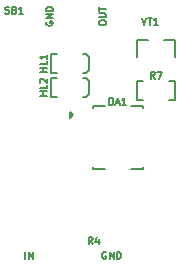
<source format=gbr>
%TF.GenerationSoftware,KiCad,Pcbnew,(6.0.7)*%
%TF.CreationDate,2023-04-28T12:35:49+03:00*%
%TF.ProjectId,ITR-2,4954522d-322e-46b6-9963-61645f706362,rev?*%
%TF.SameCoordinates,Original*%
%TF.FileFunction,Legend,Top*%
%TF.FilePolarity,Positive*%
%FSLAX46Y46*%
G04 Gerber Fmt 4.6, Leading zero omitted, Abs format (unit mm)*
G04 Created by KiCad (PCBNEW (6.0.7)) date 2023-04-28 12:35:49*
%MOMM*%
%LPD*%
G01*
G04 APERTURE LIST*
%ADD10C,0.150000*%
G04 APERTURE END LIST*
D10*
X131185714Y-105021428D02*
X131185714Y-104421428D01*
X131471428Y-105021428D02*
X131471428Y-104421428D01*
X131814285Y-105021428D01*
X131814285Y-104421428D01*
X132950000Y-84957142D02*
X132921428Y-85014285D01*
X132921428Y-85100000D01*
X132950000Y-85185714D01*
X133007142Y-85242857D01*
X133064285Y-85271428D01*
X133178571Y-85300000D01*
X133264285Y-85300000D01*
X133378571Y-85271428D01*
X133435714Y-85242857D01*
X133492857Y-85185714D01*
X133521428Y-85100000D01*
X133521428Y-85042857D01*
X133492857Y-84957142D01*
X133464285Y-84928571D01*
X133264285Y-84928571D01*
X133264285Y-85042857D01*
X133521428Y-84671428D02*
X132921428Y-84671428D01*
X133521428Y-84328571D01*
X132921428Y-84328571D01*
X133521428Y-84042857D02*
X132921428Y-84042857D01*
X132921428Y-83900000D01*
X132950000Y-83814285D01*
X133007142Y-83757142D01*
X133064285Y-83728571D01*
X133178571Y-83700000D01*
X133264285Y-83700000D01*
X133378571Y-83728571D01*
X133435714Y-83757142D01*
X133492857Y-83814285D01*
X133521428Y-83900000D01*
X133521428Y-84042857D01*
X138042857Y-104450000D02*
X137985714Y-104421428D01*
X137900000Y-104421428D01*
X137814285Y-104450000D01*
X137757142Y-104507142D01*
X137728571Y-104564285D01*
X137700000Y-104678571D01*
X137700000Y-104764285D01*
X137728571Y-104878571D01*
X137757142Y-104935714D01*
X137814285Y-104992857D01*
X137900000Y-105021428D01*
X137957142Y-105021428D01*
X138042857Y-104992857D01*
X138071428Y-104964285D01*
X138071428Y-104764285D01*
X137957142Y-104764285D01*
X138328571Y-105021428D02*
X138328571Y-104421428D01*
X138671428Y-105021428D01*
X138671428Y-104421428D01*
X138957142Y-105021428D02*
X138957142Y-104421428D01*
X139100000Y-104421428D01*
X139185714Y-104450000D01*
X139242857Y-104507142D01*
X139271428Y-104564285D01*
X139300000Y-104678571D01*
X139300000Y-104764285D01*
X139271428Y-104878571D01*
X139242857Y-104935714D01*
X139185714Y-104992857D01*
X139100000Y-105021428D01*
X138957142Y-105021428D01*
X137421428Y-85100000D02*
X137421428Y-84985714D01*
X137450000Y-84928571D01*
X137507142Y-84871428D01*
X137621428Y-84842857D01*
X137821428Y-84842857D01*
X137935714Y-84871428D01*
X137992857Y-84928571D01*
X138021428Y-84985714D01*
X138021428Y-85100000D01*
X137992857Y-85157142D01*
X137935714Y-85214285D01*
X137821428Y-85242857D01*
X137621428Y-85242857D01*
X137507142Y-85214285D01*
X137450000Y-85157142D01*
X137421428Y-85100000D01*
X137421428Y-84585714D02*
X137907142Y-84585714D01*
X137964285Y-84557142D01*
X137992857Y-84528571D01*
X138021428Y-84471428D01*
X138021428Y-84357142D01*
X137992857Y-84300000D01*
X137964285Y-84271428D01*
X137907142Y-84242857D01*
X137421428Y-84242857D01*
X137421428Y-84042857D02*
X137421428Y-83700000D01*
X138021428Y-83871428D02*
X137421428Y-83871428D01*
%TO.C,R7*%
X142150000Y-89771428D02*
X141950000Y-89485714D01*
X141807142Y-89771428D02*
X141807142Y-89171428D01*
X142035714Y-89171428D01*
X142092857Y-89200000D01*
X142121428Y-89228571D01*
X142150000Y-89285714D01*
X142150000Y-89371428D01*
X142121428Y-89428571D01*
X142092857Y-89457142D01*
X142035714Y-89485714D01*
X141807142Y-89485714D01*
X142350000Y-89171428D02*
X142750000Y-89171428D01*
X142492857Y-89771428D01*
%TO.C,VT1*%
X141035714Y-84671428D02*
X141235714Y-85271428D01*
X141435714Y-84671428D01*
X141550000Y-84671428D02*
X141892857Y-84671428D01*
X141721428Y-85271428D02*
X141721428Y-84671428D01*
X142407142Y-85271428D02*
X142064285Y-85271428D01*
X142235714Y-85271428D02*
X142235714Y-84671428D01*
X142178571Y-84757142D01*
X142121428Y-84814285D01*
X142064285Y-84842857D01*
%TO.C,HL2*%
X133021428Y-91200000D02*
X132421428Y-91200000D01*
X132707142Y-91200000D02*
X132707142Y-90857142D01*
X133021428Y-90857142D02*
X132421428Y-90857142D01*
X133021428Y-90285714D02*
X133021428Y-90571428D01*
X132421428Y-90571428D01*
X132478571Y-90114285D02*
X132450000Y-90085714D01*
X132421428Y-90028571D01*
X132421428Y-89885714D01*
X132450000Y-89828571D01*
X132478571Y-89800000D01*
X132535714Y-89771428D01*
X132592857Y-89771428D01*
X132678571Y-89800000D01*
X133021428Y-90142857D01*
X133021428Y-89771428D01*
%TO.C,DA1*%
X138300000Y-92021428D02*
X138300000Y-91421428D01*
X138442857Y-91421428D01*
X138528571Y-91450000D01*
X138585714Y-91507142D01*
X138614285Y-91564285D01*
X138642857Y-91678571D01*
X138642857Y-91764285D01*
X138614285Y-91878571D01*
X138585714Y-91935714D01*
X138528571Y-91992857D01*
X138442857Y-92021428D01*
X138300000Y-92021428D01*
X138871428Y-91850000D02*
X139157142Y-91850000D01*
X138814285Y-92021428D02*
X139014285Y-91421428D01*
X139214285Y-92021428D01*
X139728571Y-92021428D02*
X139385714Y-92021428D01*
X139557142Y-92021428D02*
X139557142Y-91421428D01*
X139500000Y-91507142D01*
X139442857Y-91564285D01*
X139385714Y-91592857D01*
%TO.C,SB1*%
X129492857Y-84242857D02*
X129578571Y-84271428D01*
X129721428Y-84271428D01*
X129778571Y-84242857D01*
X129807142Y-84214285D01*
X129835714Y-84157142D01*
X129835714Y-84100000D01*
X129807142Y-84042857D01*
X129778571Y-84014285D01*
X129721428Y-83985714D01*
X129607142Y-83957142D01*
X129550000Y-83928571D01*
X129521428Y-83900000D01*
X129492857Y-83842857D01*
X129492857Y-83785714D01*
X129521428Y-83728571D01*
X129550000Y-83700000D01*
X129607142Y-83671428D01*
X129750000Y-83671428D01*
X129835714Y-83700000D01*
X130292857Y-83957142D02*
X130378571Y-83985714D01*
X130407142Y-84014285D01*
X130435714Y-84071428D01*
X130435714Y-84157142D01*
X130407142Y-84214285D01*
X130378571Y-84242857D01*
X130321428Y-84271428D01*
X130092857Y-84271428D01*
X130092857Y-83671428D01*
X130292857Y-83671428D01*
X130350000Y-83700000D01*
X130378571Y-83728571D01*
X130407142Y-83785714D01*
X130407142Y-83842857D01*
X130378571Y-83900000D01*
X130350000Y-83928571D01*
X130292857Y-83957142D01*
X130092857Y-83957142D01*
X131007142Y-84271428D02*
X130664285Y-84271428D01*
X130835714Y-84271428D02*
X130835714Y-83671428D01*
X130778571Y-83757142D01*
X130721428Y-83814285D01*
X130664285Y-83842857D01*
%TO.C,HL1*%
X133021428Y-89200000D02*
X132421428Y-89200000D01*
X132707142Y-89200000D02*
X132707142Y-88857142D01*
X133021428Y-88857142D02*
X132421428Y-88857142D01*
X133021428Y-88285714D02*
X133021428Y-88571428D01*
X132421428Y-88571428D01*
X133021428Y-87771428D02*
X133021428Y-88114285D01*
X133021428Y-87942857D02*
X132421428Y-87942857D01*
X132507142Y-88000000D01*
X132564285Y-88057142D01*
X132592857Y-88114285D01*
%TO.C,R4*%
X136900000Y-103771428D02*
X136700000Y-103485714D01*
X136557142Y-103771428D02*
X136557142Y-103171428D01*
X136785714Y-103171428D01*
X136842857Y-103200000D01*
X136871428Y-103228571D01*
X136900000Y-103285714D01*
X136900000Y-103371428D01*
X136871428Y-103428571D01*
X136842857Y-103457142D01*
X136785714Y-103485714D01*
X136557142Y-103485714D01*
X137414285Y-103371428D02*
X137414285Y-103771428D01*
X137271428Y-103142857D02*
X137128571Y-103571428D01*
X137500000Y-103571428D01*
%TO.C,R7*%
X140650000Y-91550000D02*
X141150000Y-91550000D01*
X143850000Y-89950000D02*
X143850000Y-91550000D01*
X140650000Y-89950000D02*
X141150000Y-89950000D01*
X140650000Y-89950000D02*
X140650000Y-91550000D01*
X143850000Y-91550000D02*
X143350000Y-91550000D01*
X143850000Y-89950000D02*
X143350000Y-89950000D01*
%TO.C,VT1*%
X143830000Y-86490000D02*
X143830000Y-87950000D01*
X143830000Y-86490000D02*
X142900000Y-86490000D01*
X140670000Y-86490000D02*
X141600000Y-86490000D01*
X140670000Y-86490000D02*
X140670000Y-87950000D01*
%TO.C,HL2*%
X136600000Y-91050000D02*
X136350000Y-91300000D01*
X136600000Y-89950000D02*
X136600000Y-91050000D01*
X133400000Y-89700000D02*
X133900000Y-89700000D01*
X133400000Y-91300000D02*
X133900000Y-91300000D01*
X133400000Y-89700000D02*
X133400000Y-91300000D01*
X136350000Y-91300000D02*
X136100000Y-91300000D01*
X136600000Y-89950000D02*
X136350000Y-89700000D01*
X136350000Y-89700000D02*
X136100000Y-89700000D01*
%TO.C,DA1*%
X141126200Y-97450000D02*
X140126200Y-97450000D01*
X135018200Y-93111000D02*
X135018200Y-92611000D01*
X141126200Y-92050000D02*
X140126200Y-92050000D01*
X141126200Y-92250000D02*
X141126200Y-92050000D01*
X136926200Y-97250000D02*
X136926200Y-97450000D01*
X135268200Y-92861000D02*
X135018200Y-93111000D01*
X135018200Y-92611000D02*
X135268200Y-92861000D01*
X136926200Y-92250000D02*
X136926200Y-92050000D01*
X136926200Y-97450000D02*
X137926200Y-97450000D01*
X141126200Y-97250000D02*
X141126200Y-97450000D01*
X136926200Y-92050000D02*
X137926200Y-92050000D01*
%TO.C,HL1*%
X136600000Y-87950000D02*
X136350000Y-87700000D01*
X136350000Y-89300000D02*
X136100000Y-89300000D01*
X136600000Y-89050000D02*
X136350000Y-89300000D01*
X136600000Y-87950000D02*
X136600000Y-89050000D01*
X136350000Y-87700000D02*
X136100000Y-87700000D01*
X133400000Y-89300000D02*
X133900000Y-89300000D01*
X133400000Y-87700000D02*
X133400000Y-89300000D01*
X133400000Y-87700000D02*
X133900000Y-87700000D01*
%TD*%
M02*

</source>
